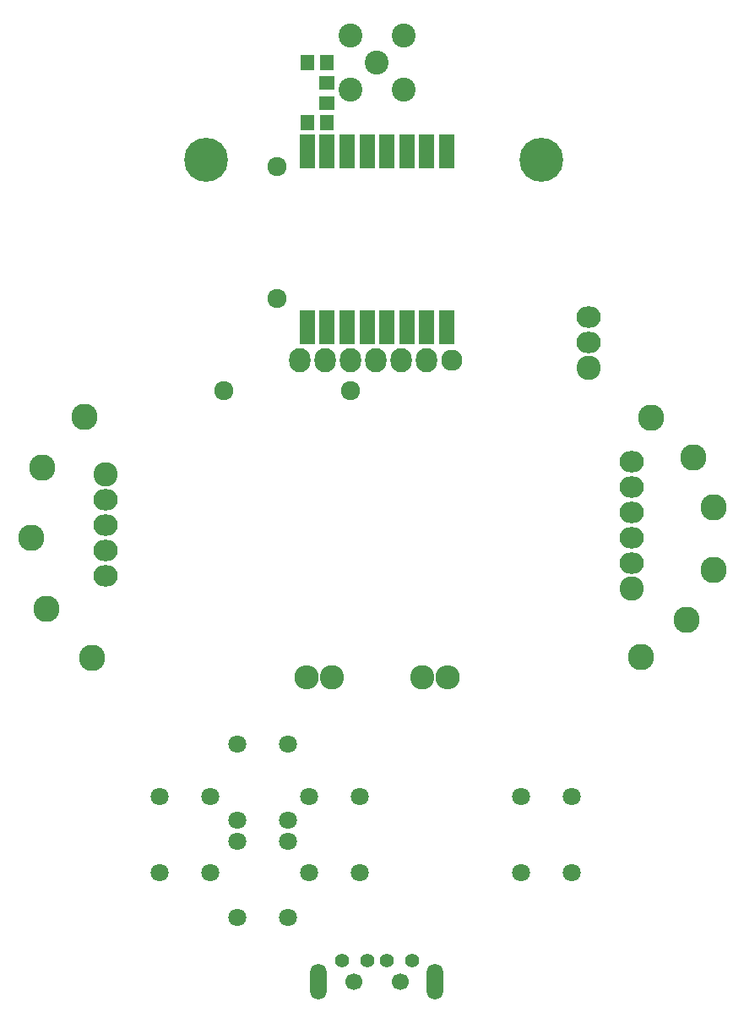
<source format=gbs>
G04 #@! TF.FileFunction,Soldermask,Bot*
%FSLAX46Y46*%
G04 Gerber Fmt 4.6, Leading zero omitted, Abs format (unit mm)*
G04 Created by KiCad (PCBNEW 4.0.2+e4-6225~38~ubuntu16.04.1-stable) date Wed 15 Jun 2016 08:19:12 PM PDT*
%MOMM*%
G01*
G04 APERTURE LIST*
%ADD10C,0.100000*%
%ADD11C,2.432000*%
%ADD12O,2.432000X2.127200*%
%ADD13C,2.398980*%
%ADD14R,1.600000X3.400000*%
%ADD15C,2.635200*%
%ADD16C,4.400000*%
%ADD17C,1.797000*%
%ADD18C,1.924000*%
%ADD19O,2.432000X2.432000*%
%ADD20R,1.400000X1.650000*%
%ADD21R,1.650000X1.400000*%
%ADD22C,1.400000*%
%ADD23O,1.650000X3.600000*%
%ADD24C,1.700000*%
%ADD25C,2.127200*%
%ADD26O,2.127200X2.432000*%
G04 APERTURE END LIST*
D10*
D11*
X67750000Y-92960000D03*
D12*
X67750000Y-95500000D03*
X67750000Y-98040000D03*
X67750000Y-100580000D03*
X67750000Y-103120000D03*
D13*
X95000000Y-51750000D03*
X97700020Y-49049980D03*
X92299980Y-49049980D03*
X92299980Y-54450020D03*
X97700020Y-54450020D03*
D14*
X102000000Y-78250000D03*
X100000000Y-78250000D03*
X98000000Y-78250000D03*
X96000000Y-78250000D03*
X94000000Y-78250000D03*
X92000000Y-78250000D03*
X90000000Y-78250000D03*
X88000000Y-78250000D03*
X102000000Y-60650000D03*
X100000000Y-60650000D03*
X98000000Y-60650000D03*
X96000000Y-60650000D03*
X94000000Y-60650000D03*
X92000000Y-60650000D03*
X90000000Y-60650000D03*
X88000000Y-60650000D03*
D15*
X61900000Y-106400000D03*
X128750000Y-96250000D03*
D16*
X77900000Y-61500000D03*
X111500000Y-61500000D03*
D11*
X116250000Y-82290000D03*
D12*
X116250000Y-79750000D03*
X116250000Y-77210000D03*
D11*
X120500000Y-104370000D03*
D12*
X120500000Y-101830000D03*
X120500000Y-99290000D03*
X120500000Y-96750000D03*
X120500000Y-94210000D03*
X120500000Y-91670000D03*
D15*
X66400000Y-111300000D03*
X121500000Y-111250000D03*
X126000000Y-107500000D03*
X128750000Y-102500000D03*
X126750000Y-91250000D03*
X122500000Y-87250000D03*
X65700000Y-87200000D03*
X60300000Y-99300000D03*
X61400000Y-92300000D03*
D17*
X80960000Y-119940000D03*
X86040000Y-119940000D03*
X80960000Y-127560000D03*
X86040000Y-127560000D03*
X88210000Y-125190000D03*
X93290000Y-125190000D03*
X88210000Y-132810000D03*
X93290000Y-132810000D03*
X73210000Y-125190000D03*
X78290000Y-125190000D03*
X73210000Y-132810000D03*
X78290000Y-132810000D03*
X80960000Y-129690000D03*
X86040000Y-129690000D03*
X80960000Y-137310000D03*
X86040000Y-137310000D03*
X109460000Y-125190000D03*
X114540000Y-125190000D03*
X109460000Y-132810000D03*
X114540000Y-132810000D03*
D18*
X85000000Y-62150000D03*
X85000000Y-75350000D03*
D11*
X90500000Y-113250000D03*
D19*
X87960000Y-113250000D03*
D11*
X99500000Y-113250000D03*
D19*
X102040000Y-113250000D03*
D20*
X90000000Y-57750000D03*
X88000000Y-57750000D03*
X90000000Y-51750000D03*
X88000000Y-51750000D03*
D21*
X90000000Y-55750000D03*
X90000000Y-53750000D03*
D22*
X91500000Y-141620000D03*
X94000000Y-141620000D03*
X96000000Y-141620000D03*
X98500000Y-141620000D03*
D23*
X100850000Y-143750000D03*
D24*
X92700000Y-143750000D03*
X97300000Y-143750000D03*
D23*
X89150000Y-143750000D03*
D18*
X79650000Y-84580000D03*
X92350000Y-84580000D03*
D25*
X102500000Y-81500000D03*
D26*
X99960000Y-81500000D03*
X97420000Y-81500000D03*
X94880000Y-81500000D03*
X92340000Y-81500000D03*
X89800000Y-81500000D03*
X87260000Y-81500000D03*
M02*

</source>
